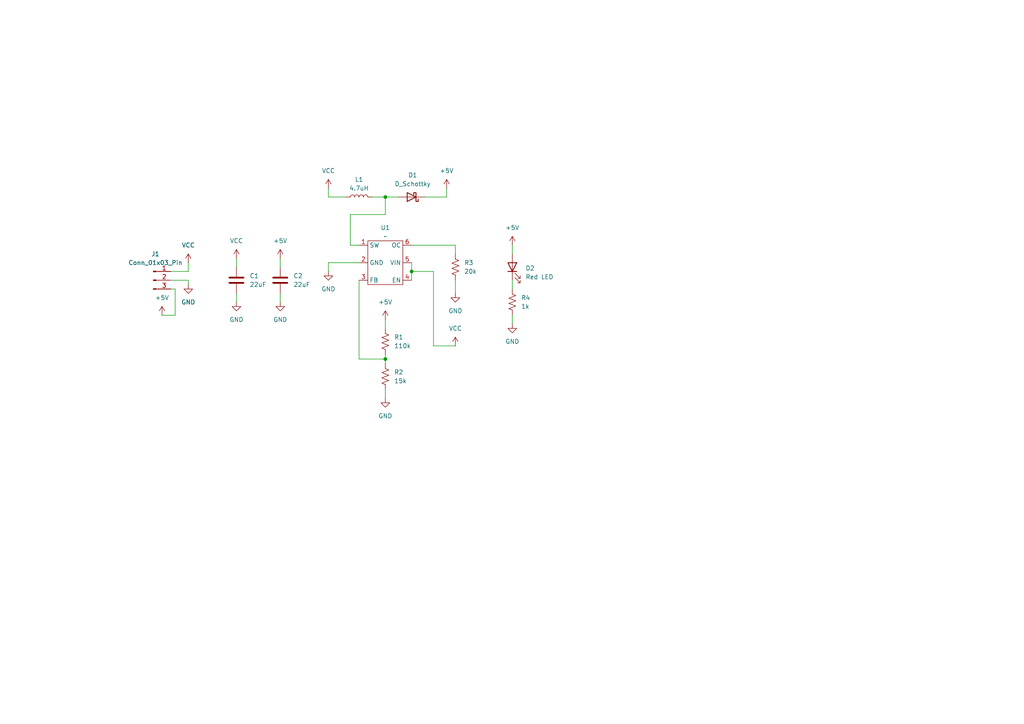
<source format=kicad_sch>
(kicad_sch (version 20250114) (generator "eeschema") (generator_version "9.0")
  (paper "A4")
  (lib_symbols
    (symbol "Connector:Conn_01x03_Pin" (pin_names (offset 1.016) (hide yes))
      (property "Reference" "J" (at 0 5.08 0))
      (property "Value" "Conn_01x03_Pin" (at 0 -5.08 0))
      (symbol "Conn_01x03_Pin_1_1"
        (rectangle (start 0.8636 2.667) (end 0 2.413) (stroke (width 0.1524)) (fill (type outline)))
        (rectangle (start 0.8636 0.127) (end 0 -0.127) (stroke (width 0.1524)) (fill (type outline)))
        (rectangle (start 0.8636 -2.413) (end 0 -2.667) (stroke (width 0.1524)) (fill (type outline)))
        (polyline (pts (xy 1.27 2.54) (xy 0.8636 2.54)) (stroke (width 0.1524)))
        (polyline (pts (xy 1.27 0) (xy 0.8636 0)) (stroke (width 0.1524)))
        (polyline (pts (xy 1.27 -2.54) (xy 0.8636 -2.54)) (stroke (width 0.1524)))
        (pin passive line (at 5.08 2.54 180) (length 3.81) (name "Pin_1") (number "1"))
        (pin passive line (at 5.08 0 180) (length 3.81) (name "Pin_2") (number "2"))
        (pin passive line (at 5.08 -2.54 180) (length 3.81) (name "Pin_3") (number "3"))
      )
    )
    (symbol "Device:C" (pin_numbers (hide yes)) (pin_names (offset 0.254))
      (property "Reference" "C" (at 0.635 2.54 0))
      (property "Value" "C" (at 0.635 -2.54 0))
      (symbol "C_0_1"
        (polyline (pts (xy -2.032 0.762) (xy 2.032 0.762)) (stroke (width 0.508)))
        (polyline (pts (xy -2.032 -0.762) (xy 2.032 -0.762)) (stroke (width 0.508)))
      )
      (symbol "C_1_1"
        (pin passive line (at 0 3.81 270) (length 2.794) (name "~") (number "1"))
        (pin passive line (at 0 -3.81 90) (length 2.794) (name "~") (number "2"))
      )
    )
    (symbol "Device:D_Schottky" (pin_numbers (hide yes)) (pin_names (offset 1.016) (hide yes))
      (property "Reference" "D" (at 0 2.54 0))
      (property "Value" "D_Schottky" (at 0 -2.54 0))
      (symbol "D_Schottky_0_1"
        (polyline (pts (xy -1.905 0.635) (xy -1.905 1.27) (xy -1.27 1.27) (xy -1.27 -1.27) (xy -0.635 -1.27) (xy -0.635 -0.635)) (stroke (width 0.254)))
        (polyline (pts (xy 1.27 1.27) (xy 1.27 -1.27) (xy -1.27 0) (xy 1.27 1.27)) (stroke (width 0.254)))
        (polyline (pts (xy 1.27 0) (xy -1.27 0)))
      )
      (symbol "D_Schottky_1_1"
        (pin passive line (at -3.81 0 0) (length 2.54) (name "K") (number "1"))
        (pin passive line (at 3.81 0 180) (length 2.54) (name "A") (number "2"))
      )
    )
    (symbol "Device:L" (pin_numbers (hide yes)) (pin_names (offset 1.016) (hide yes))
      (property "Reference" "L" (at -1.27 0 90))
      (property "Value" "L" (at 1.905 0 90))
      (symbol "L_0_1"
        (arc (start 0 2.54) (mid 0.6323 1.905) (end 0 1.27))
        (arc (start 0 1.27) (mid 0.6323 0.635) (end 0 0))
        (arc (start 0 0) (mid 0.6323 -0.635) (end 0 -1.27))
        (arc (start 0 -1.27) (mid 0.6323 -1.905) (end 0 -2.54))
      )
      (symbol "L_1_1"
        (pin passive line (at 0 3.81 270) (length 1.27) (name "1") (number "1"))
        (pin passive line (at 0 -3.81 90) (length 1.27) (name "2") (number "2"))
      )
    )
    (symbol "Device:LED" (pin_numbers (hide yes)) (pin_names (offset 1.016) (hide yes))
      (property "Reference" "D" (at 0 2.54 0))
      (property "Value" "LED" (at 0 -2.54 0))
      (symbol "LED_0_1"
        (polyline (pts (xy -3.048 -0.762) (xy -4.572 -2.286) (xy -3.81 -2.286) (xy -4.572 -2.286) (xy -4.572 -1.524)))
        (polyline (pts (xy -1.778 -0.762) (xy -3.302 -2.286) (xy -2.54 -2.286) (xy -3.302 -2.286) (xy -3.302 -1.524)))
        (polyline (pts (xy -1.27 0) (xy 1.27 0)))
        (polyline (pts (xy -1.27 -1.27) (xy -1.27 1.27)) (stroke (width 0.254)))
        (polyline (pts (xy 1.27 -1.27) (xy 1.27 1.27) (xy -1.27 0) (xy 1.27 -1.27)) (stroke (width 0.254)))
      )
      (symbol "LED_1_1"
        (pin passive line (at -3.81 0 0) (length 2.54) (name "K") (number "1"))
        (pin passive line (at 3.81 0 180) (length 2.54) (name "A") (number "2"))
      )
    )
    (symbol "Device:R_US" (pin_numbers (hide yes)) (pin_names (offset 0))
      (property "Reference" "R" (at 2.54 0 90))
      (property "Value" "R_US" (at -2.54 0 90))
      (symbol "R_US_0_1"
        (polyline (pts (xy 0 2.286) (xy 0 2.54)))
        (polyline (pts (xy 0 2.286) (xy 1.016 1.905) (xy 0 1.524) (xy -1.016 1.143) (xy 0 0.762)))
        (polyline (pts (xy 0 0.762) (xy 1.016 0.381) (xy 0 0) (xy -1.016 -0.381) (xy 0 -0.762)))
        (polyline (pts (xy 0 -0.762) (xy 1.016 -1.143) (xy 0 -1.524) (xy -1.016 -1.905) (xy 0 -2.286)))
        (polyline (pts (xy 0 -2.286) (xy 0 -2.54)))
      )
      (symbol "R_US_1_1"
        (pin passive line (at 0 3.81 270) (length 1.27) (name "~") (number "1"))
        (pin passive line (at 0 -3.81 90) (length 1.27) (name "~") (number "2"))
      )
    )
    (symbol "New_Library:MT3608L"
      (property "Reference" "U" (at 0 0 0))
      (symbol "MT3608L_0_1"
        (rectangle (start -5.08 -1.27) (end 5.08 -13.97))
      )
      (symbol "MT3608L_1_1"
        (pin input line (at -7.62 -2.54 0) (length 2.54) (name "SW") (number "1"))
        (pin input line (at -7.62 -7.62 0) (length 2.54) (name "GND") (number "2"))
        (pin input line (at -7.62 -12.7 0) (length 2.54) (name "FB") (number "3"))
        (pin output line (at 7.62 -2.54 180) (length 2.54) (name "OC") (number "6"))
        (pin output line (at 7.62 -7.62 180) (length 2.54) (name "VIN") (number "5"))
        (pin output line (at 7.62 -12.7 180) (length 2.54) (name "EN") (number "4"))
      )
    )
    (symbol "power:+5V" (power) (pin_numbers (hide yes)) (pin_names (offset 0) (hide yes))
      (property "Value" "+5V" (at 0 3.556 0))
      (symbol "+5V_0_1"
        (polyline (pts (xy -0.762 1.27) (xy 0 2.54)))
        (polyline (pts (xy 0 2.54) (xy 0.762 1.27)))
        (polyline (pts (xy 0 0) (xy 0 2.54)))
      )
      (symbol "+5V_1_1"
        (pin power_in line (at 0 0 90) (length 0) (name "~") (number "1"))
      )
    )
    (symbol "power:GND" (power) (pin_numbers (hide yes)) (pin_names (offset 0) (hide yes))
      (property "Value" "GND" (at 0 -3.81 0))
      (symbol "GND_0_1"
        (polyline (pts (xy 0 0) (xy 0 -1.27) (xy 1.27 -1.27) (xy 0 -2.54) (xy -1.27 -1.27) (xy 0 -1.27)))
      )
      (symbol "GND_1_1"
        (pin power_in line (at 0 0 270) (length 0) (name "~") (number "1"))
      )
    )
    (symbol "power:VCC" (power) (pin_numbers (hide yes)) (pin_names (offset 0) (hide yes))
      (property "Value" "VCC" (at 0 3.556 0))
      (symbol "VCC_0_1"
        (polyline (pts (xy -0.762 1.27) (xy 0 2.54)))
        (polyline (pts (xy 0 2.54) (xy 0.762 1.27)))
        (polyline (pts (xy 0 0) (xy 0 2.54)))
      )
      (symbol "VCC_1_1"
        (pin power_in line (at 0 0 90) (length 0) (name "~") (number "1"))
      )
    )
  )
  (junction (at 111.76 57.15))
  (junction (at 119.38 78.74))
  (junction (at 111.76 104.14))
  (wire (pts (xy 111.76 104.14) (xy 111.76 105.41)))
  (wire (pts (xy 111.76 92.71) (xy 111.76 95.25)))
  (wire (pts (xy 50.8 83.82) (xy 50.8 91.44)))
  (wire (pts (xy 54.61 81.28) (xy 54.61 82.55)))
  (wire (pts (xy 54.61 78.74) (xy 54.61 76.2)))
  (wire (pts (xy 101.6 62.23) (xy 111.76 62.23)))
  (wire (pts (xy 101.6 71.12) (xy 104.14 71.12)))
  (wire (pts (xy 132.08 81.28) (xy 132.08 85.09)))
  (wire (pts (xy 111.76 113.03) (xy 111.76 115.57)))
  (wire (pts (xy 148.59 71.12) (xy 148.59 73.66)))
  (wire (pts (xy 49.53 78.74) (xy 54.61 78.74)))
  (wire (pts (xy 49.53 81.28) (xy 54.61 81.28)))
  (wire (pts (xy 119.38 78.74) (xy 119.38 81.28)))
  (wire (pts (xy 68.58 85.09) (xy 68.58 87.63)))
  (wire (pts (xy 68.58 74.93) (xy 68.58 77.47)))
  (wire (pts (xy 129.54 57.15) (xy 129.54 54.61)))
  (wire (pts (xy 119.38 76.2) (xy 119.38 78.74)))
  (wire (pts (xy 50.8 91.44) (xy 46.99 91.44)))
  (wire (pts (xy 81.28 74.93) (xy 81.28 77.47)))
  (wire (pts (xy 95.25 76.2) (xy 104.14 76.2)))
  (wire (pts (xy 95.25 54.61) (xy 95.25 57.15)))
  (wire (pts (xy 119.38 78.74) (xy 125.73 78.74)))
  (wire (pts (xy 132.08 100.33) (xy 125.73 100.33)))
  (wire (pts (xy 101.6 71.12) (xy 101.6 62.23)))
  (wire (pts (xy 111.76 102.87) (xy 111.76 104.14)))
  (wire (pts (xy 148.59 81.28) (xy 148.59 83.82)))
  (wire (pts (xy 111.76 57.15) (xy 115.57 57.15)))
  (wire (pts (xy 95.25 57.15) (xy 100.33 57.15)))
  (wire (pts (xy 95.25 78.74) (xy 95.25 76.2)))
  (wire (pts (xy 123.19 57.15) (xy 129.54 57.15)))
  (wire (pts (xy 132.08 71.12) (xy 119.38 71.12)))
  (wire (pts (xy 111.76 62.23) (xy 111.76 57.15)))
  (wire (pts (xy 107.95 57.15) (xy 111.76 57.15)))
  (wire (pts (xy 132.08 73.66) (xy 132.08 71.12)))
  (wire (pts (xy 104.14 104.14) (xy 111.76 104.14)))
  (wire (pts (xy 148.59 91.44) (xy 148.59 93.98)))
  (wire (pts (xy 125.73 100.33) (xy 125.73 78.74)))
  (wire (pts (xy 49.53 83.82) (xy 50.8 83.82)))
  (wire (pts (xy 81.28 85.09) (xy 81.28 87.63)))
  (wire (pts (xy 104.14 81.28) (xy 104.14 104.14)))
  (symbol (lib_id "power:+5V") (at 148.59 71.12 0) (unit 1)
    (property "Reference" "#PWR011" (effects (hide yes)))
    (property "Value" "+5V" (at 148.59 66.04 0))
    (property "Description" "Power symbol creates a global label with name \"+5V\"" (effects (hide yes)))
  )
  (symbol (lib_id "power:GND") (at 81.28 87.63 0) (unit 1)
    (property "Reference" "#PWR09" (effects (hide yes)))
    (property "Value" "GND" (at 81.28 92.71 0))
    (property "Description" "Power symbol creates a global label with name \"GND\" , ground" (effects (hide yes)))
  )
  (symbol (lib_id "power:VCC") (at 132.08 100.33 0) (unit 1)
    (property "Reference" "#PWR013" (effects (hide yes)))
    (property "Value" "VCC" (at 132.08 95.25 0))
    (property "Description" "Power symbol creates a global label with name \"VCC\"" (effects (hide yes)))
  )
  (symbol (lib_id "Device:L") (at 104.14 57.15 90) (unit 1)
    (property "Reference" "L1" (at 104.14 52.07 90))
    (property "Value" "4.7uH" (at 104.14 54.61 90))
    (property "Footprint" "Inductor_SMD:L_0805_2012Metric" (effects (hide yes)))
    (property "Description" "Inductor" (effects (hide yes)))
  )
  (symbol (lib_id "New_Library:MT3608L") (at 111.76 68.58 0) (unit 1)
    (property "Reference" "U1" (at 111.76 66.04 0))
    (property "Value" "~" (at 111.76 68.58 0))
    (property "Footprint" "Package_DIP:DIP-6_W7.62mm" (effects (hide yes)))
  )
  (symbol (lib_id "Device:D_Schottky") (at 119.38 57.15 180) (unit 1)
    (property "Reference" "D1" (at 119.6975 50.8 0))
    (property "Value" "D_Schottky" (at 119.6975 53.34 0))
    (property "Footprint" "Diode_SMD:D_0805_2012Metric" (effects (hide yes)))
    (property "Description" "Schottky diode" (effects (hide yes)))
  )
  (symbol (lib_id "power:GND") (at 68.58 87.63 0) (unit 1)
    (property "Reference" "#PWR07" (effects (hide yes)))
    (property "Value" "GND" (at 68.58 92.71 0))
    (property "Description" "Power symbol creates a global label with name \"GND\" , ground" (effects (hide yes)))
  )
  (symbol (lib_id "power:+5V") (at 46.99 91.44 0) (unit 1)
    (property "Reference" "#PWR03" (effects (hide yes)))
    (property "Value" "+5V" (at 46.99 86.36 0))
    (property "Description" "Power symbol creates a global label with name \"+5V\"" (effects (hide yes)))
  )
  (symbol (lib_id "Device:C") (at 81.28 81.28 0) (unit 1)
    (property "Reference" "C2" (at 85.09 80.0099 0) (effects (justify left)))
    (property "Value" "22uF" (at 85.09 82.5499 0) (effects (justify left)))
    (property "Footprint" "Capacitor_SMD:C_0805_2012Metric" (effects (hide yes)))
    (property "Description" "Unpolarized capacitor" (effects (hide yes)))
  )
  (symbol (lib_id "Device:C") (at 68.58 81.28 0) (unit 1)
    (property "Reference" "C1" (at 72.39 80.0099 0) (effects (justify left)))
    (property "Value" "22uF" (at 72.39 82.5499 0) (effects (justify left)))
    (property "Footprint" "Capacitor_SMD:C_0805_2012Metric" (effects (hide yes)))
    (property "Description" "Unpolarized capacitor" (effects (hide yes)))
  )
  (symbol (lib_id "power:GND") (at 132.08 85.09 0) (unit 1)
    (property "Reference" "#PWR01" (effects (hide yes)))
    (property "Value" "GND" (at 132.08 90.17 0))
    (property "Description" "Power symbol creates a global label with name \"GND\" , ground" (effects (hide yes)))
  )
  (symbol (lib_id "Connector:Conn_01x03_Pin") (at 44.45 81.28 0) (unit 1)
    (property "Reference" "J1" (at 45.085 73.66 0))
    (property "Value" "Conn_01x03_Pin" (at 45.085 76.2 0))
    (property "Footprint" "Connector_PinHeader_2.54mm:PinHeader_1x03_P2.54mm_Vertical" (effects (hide yes)))
    (property "Description" "Generic connector, single row, 01x03, script generated" (effects (hide yes)))
  )
  (symbol (lib_id "Device:R_US") (at 111.76 109.22 0) (unit 1)
    (property "Reference" "R2" (at 114.3 107.9499 0) (effects (justify left)))
    (property "Value" "15k" (at 114.3 110.4899 0) (effects (justify left)))
    (property "Footprint" "Resistor_SMD:R_0805_2012Metric" (effects (hide yes)))
    (property "Description" "Resistor, US symbol" (effects (hide yes)))
  )
  (symbol (lib_id "power:VCC") (at 95.25 54.61 0) (unit 1)
    (property "Reference" "#PWR015" (effects (hide yes)))
    (property "Value" "VCC" (at 95.25 49.53 0))
    (property "Description" "Power symbol creates a global label with name \"VCC\"" (effects (hide yes)))
  )
  (symbol (lib_id "power:GND") (at 95.25 78.74 0) (unit 1)
    (property "Reference" "#PWR016" (effects (hide yes)))
    (property "Value" "GND" (at 95.25 83.82 0))
    (property "Description" "Power symbol creates a global label with name \"GND\" , ground" (effects (hide yes)))
  )
  (symbol (lib_id "power:+5V") (at 111.76 92.71 0) (unit 1)
    (property "Reference" "#PWR08" (effects (hide yes)))
    (property "Value" "+5V" (at 111.76 87.63 0))
    (property "Description" "Power symbol creates a global label with name \"+5V\"" (effects (hide yes)))
  )
  (symbol (lib_id "Device:R_US") (at 132.08 77.47 0) (unit 1)
    (property "Reference" "R3" (at 134.62 76.1999 0) (effects (justify left)))
    (property "Value" "20k" (at 134.62 78.7399 0) (effects (justify left)))
    (property "Footprint" "Resistor_SMD:R_0805_2012Metric" (effects (hide yes)))
    (property "Description" "Resistor, US symbol" (effects (hide yes)))
  )
  (symbol (lib_id "Device:LED") (at 148.59 77.47 90) (unit 1)
    (property "Reference" "D2" (at 152.4 77.7874 90) (effects (justify right)))
    (property "Value" "Red LED" (at 152.4 80.3274 90) (effects (justify right)))
    (property "Footprint" "LED_SMD:LED_0805_2012Metric" (effects (hide yes)))
    (property "Description" "Light emitting diode" (effects (hide yes)))
    (property "Sim.Pins" "1=K 2=A" (effects (hide yes)))
  )
  (symbol (lib_id "power:VCC") (at 54.61 76.2 0) (unit 1)
    (property "Reference" "#PWR05" (effects (hide yes)))
    (property "Value" "VCC" (at 54.61 71.12 0))
    (property "Description" "Power symbol creates a global label with name \"VCC\"" (effects (hide yes)))
  )
  (symbol (lib_id "Device:R_US") (at 148.59 87.63 0) (unit 1)
    (property "Reference" "R4" (at 151.13 86.3599 0) (effects (justify left)))
    (property "Value" "1k" (at 151.13 88.8999 0) (effects (justify left)))
    (property "Footprint" "Resistor_SMD:R_0805_2012Metric" (effects (hide yes)))
    (property "Description" "Resistor, US symbol" (effects (hide yes)))
  )
  (symbol (lib_id "power:+5V") (at 81.28 74.93 0) (unit 1)
    (property "Reference" "#PWR02" (effects (hide yes)))
    (property "Value" "+5V" (at 81.28 69.85 0))
    (property "Description" "Power symbol creates a global label with name \"+5V\"" (effects (hide yes)))
  )
  (symbol (lib_id "power:GND") (at 111.76 115.57 0) (unit 1)
    (property "Reference" "#PWR010" (effects (hide yes)))
    (property "Value" "GND" (at 111.76 120.65 0))
    (property "Description" "Power symbol creates a global label with name \"GND\" , ground" (effects (hide yes)))
  )
  (symbol (lib_id "power:GND") (at 54.61 82.55 0) (unit 1)
    (property "Reference" "#PWR04" (effects (hide yes)))
    (property "Value" "GND" (at 54.61 87.63 0))
    (property "Description" "Power symbol creates a global label with name \"GND\" , ground" (effects (hide yes)))
  )
  (symbol (lib_id "power:VCC") (at 68.58 74.93 0) (unit 1)
    (property "Reference" "#PWR06" (effects (hide yes)))
    (property "Value" "VCC" (at 68.58 69.85 0))
    (property "Description" "Power symbol creates a global label with name \"VCC\"" (effects (hide yes)))
  )
  (symbol (lib_id "power:GND") (at 148.59 93.98 0) (unit 1)
    (property "Reference" "#PWR012" (effects (hide yes)))
    (property "Value" "GND" (at 148.59 99.06 0))
    (property "Description" "Power symbol creates a global label with name \"GND\" , ground" (effects (hide yes)))
  )
  (symbol (lib_id "power:+5V") (at 129.54 54.61 0) (unit 1)
    (property "Reference" "#PWR014" (effects (hide yes)))
    (property "Value" "+5V" (at 129.54 49.53 0))
    (property "Description" "Power symbol creates a global label with name \"+5V\"" (effects (hide yes)))
  )
  (symbol (lib_id "Device:R_US") (at 111.76 99.06 0) (unit 1)
    (property "Reference" "R1" (at 114.3 97.7899 0) (effects (justify left)))
    (property "Value" "110k" (at 114.3 100.3299 0) (effects (justify left)))
    (property "Footprint" "Resistor_SMD:R_0805_2012Metric" (effects (hide yes)))
    (property "Description" "Resistor, US symbol" (effects (hide yes)))
  )
)
</source>
